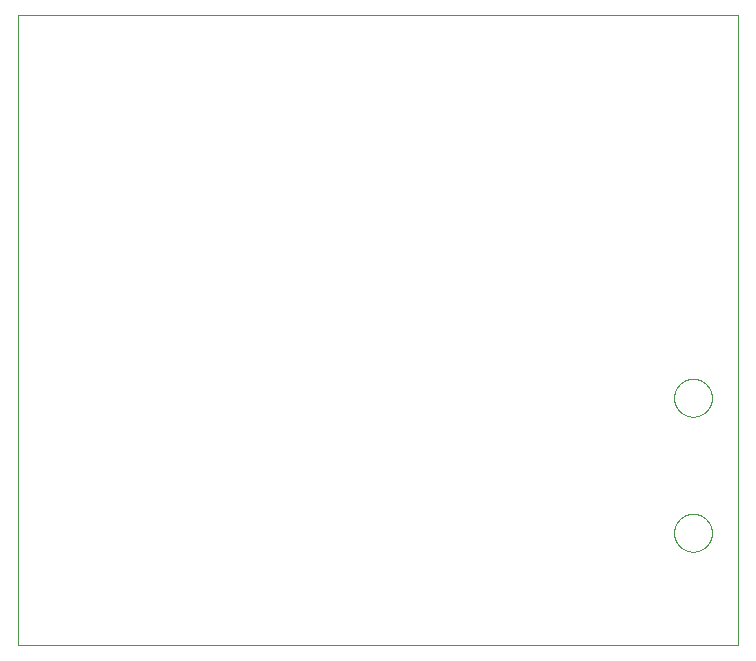
<source format=gbo>
G75*
%MOIN*%
%OFA0B0*%
%FSLAX25Y25*%
%IPPOS*%
%LPD*%
%AMOC8*
5,1,8,0,0,1.08239X$1,22.5*
%
%ADD10C,0.00000*%
D10*
X0025000Y0035000D02*
X0025000Y0245000D01*
X0265000Y0245000D01*
X0265000Y0035000D01*
X0025000Y0035000D01*
X0243701Y0072500D02*
X0243703Y0072658D01*
X0243709Y0072816D01*
X0243719Y0072974D01*
X0243733Y0073132D01*
X0243751Y0073289D01*
X0243772Y0073446D01*
X0243798Y0073602D01*
X0243828Y0073758D01*
X0243861Y0073913D01*
X0243899Y0074066D01*
X0243940Y0074219D01*
X0243985Y0074371D01*
X0244034Y0074522D01*
X0244087Y0074671D01*
X0244143Y0074819D01*
X0244203Y0074965D01*
X0244267Y0075110D01*
X0244335Y0075253D01*
X0244406Y0075395D01*
X0244480Y0075535D01*
X0244558Y0075672D01*
X0244640Y0075808D01*
X0244724Y0075942D01*
X0244813Y0076073D01*
X0244904Y0076202D01*
X0244999Y0076329D01*
X0245096Y0076454D01*
X0245197Y0076576D01*
X0245301Y0076695D01*
X0245408Y0076812D01*
X0245518Y0076926D01*
X0245631Y0077037D01*
X0245746Y0077146D01*
X0245864Y0077251D01*
X0245985Y0077353D01*
X0246108Y0077453D01*
X0246234Y0077549D01*
X0246362Y0077642D01*
X0246492Y0077732D01*
X0246625Y0077818D01*
X0246760Y0077902D01*
X0246896Y0077981D01*
X0247035Y0078058D01*
X0247176Y0078130D01*
X0247318Y0078200D01*
X0247462Y0078265D01*
X0247608Y0078327D01*
X0247755Y0078385D01*
X0247904Y0078440D01*
X0248054Y0078491D01*
X0248205Y0078538D01*
X0248357Y0078581D01*
X0248510Y0078620D01*
X0248665Y0078656D01*
X0248820Y0078687D01*
X0248976Y0078715D01*
X0249132Y0078739D01*
X0249289Y0078759D01*
X0249447Y0078775D01*
X0249604Y0078787D01*
X0249763Y0078795D01*
X0249921Y0078799D01*
X0250079Y0078799D01*
X0250237Y0078795D01*
X0250396Y0078787D01*
X0250553Y0078775D01*
X0250711Y0078759D01*
X0250868Y0078739D01*
X0251024Y0078715D01*
X0251180Y0078687D01*
X0251335Y0078656D01*
X0251490Y0078620D01*
X0251643Y0078581D01*
X0251795Y0078538D01*
X0251946Y0078491D01*
X0252096Y0078440D01*
X0252245Y0078385D01*
X0252392Y0078327D01*
X0252538Y0078265D01*
X0252682Y0078200D01*
X0252824Y0078130D01*
X0252965Y0078058D01*
X0253104Y0077981D01*
X0253240Y0077902D01*
X0253375Y0077818D01*
X0253508Y0077732D01*
X0253638Y0077642D01*
X0253766Y0077549D01*
X0253892Y0077453D01*
X0254015Y0077353D01*
X0254136Y0077251D01*
X0254254Y0077146D01*
X0254369Y0077037D01*
X0254482Y0076926D01*
X0254592Y0076812D01*
X0254699Y0076695D01*
X0254803Y0076576D01*
X0254904Y0076454D01*
X0255001Y0076329D01*
X0255096Y0076202D01*
X0255187Y0076073D01*
X0255276Y0075942D01*
X0255360Y0075808D01*
X0255442Y0075672D01*
X0255520Y0075535D01*
X0255594Y0075395D01*
X0255665Y0075253D01*
X0255733Y0075110D01*
X0255797Y0074965D01*
X0255857Y0074819D01*
X0255913Y0074671D01*
X0255966Y0074522D01*
X0256015Y0074371D01*
X0256060Y0074219D01*
X0256101Y0074066D01*
X0256139Y0073913D01*
X0256172Y0073758D01*
X0256202Y0073602D01*
X0256228Y0073446D01*
X0256249Y0073289D01*
X0256267Y0073132D01*
X0256281Y0072974D01*
X0256291Y0072816D01*
X0256297Y0072658D01*
X0256299Y0072500D01*
X0256297Y0072342D01*
X0256291Y0072184D01*
X0256281Y0072026D01*
X0256267Y0071868D01*
X0256249Y0071711D01*
X0256228Y0071554D01*
X0256202Y0071398D01*
X0256172Y0071242D01*
X0256139Y0071087D01*
X0256101Y0070934D01*
X0256060Y0070781D01*
X0256015Y0070629D01*
X0255966Y0070478D01*
X0255913Y0070329D01*
X0255857Y0070181D01*
X0255797Y0070035D01*
X0255733Y0069890D01*
X0255665Y0069747D01*
X0255594Y0069605D01*
X0255520Y0069465D01*
X0255442Y0069328D01*
X0255360Y0069192D01*
X0255276Y0069058D01*
X0255187Y0068927D01*
X0255096Y0068798D01*
X0255001Y0068671D01*
X0254904Y0068546D01*
X0254803Y0068424D01*
X0254699Y0068305D01*
X0254592Y0068188D01*
X0254482Y0068074D01*
X0254369Y0067963D01*
X0254254Y0067854D01*
X0254136Y0067749D01*
X0254015Y0067647D01*
X0253892Y0067547D01*
X0253766Y0067451D01*
X0253638Y0067358D01*
X0253508Y0067268D01*
X0253375Y0067182D01*
X0253240Y0067098D01*
X0253104Y0067019D01*
X0252965Y0066942D01*
X0252824Y0066870D01*
X0252682Y0066800D01*
X0252538Y0066735D01*
X0252392Y0066673D01*
X0252245Y0066615D01*
X0252096Y0066560D01*
X0251946Y0066509D01*
X0251795Y0066462D01*
X0251643Y0066419D01*
X0251490Y0066380D01*
X0251335Y0066344D01*
X0251180Y0066313D01*
X0251024Y0066285D01*
X0250868Y0066261D01*
X0250711Y0066241D01*
X0250553Y0066225D01*
X0250396Y0066213D01*
X0250237Y0066205D01*
X0250079Y0066201D01*
X0249921Y0066201D01*
X0249763Y0066205D01*
X0249604Y0066213D01*
X0249447Y0066225D01*
X0249289Y0066241D01*
X0249132Y0066261D01*
X0248976Y0066285D01*
X0248820Y0066313D01*
X0248665Y0066344D01*
X0248510Y0066380D01*
X0248357Y0066419D01*
X0248205Y0066462D01*
X0248054Y0066509D01*
X0247904Y0066560D01*
X0247755Y0066615D01*
X0247608Y0066673D01*
X0247462Y0066735D01*
X0247318Y0066800D01*
X0247176Y0066870D01*
X0247035Y0066942D01*
X0246896Y0067019D01*
X0246760Y0067098D01*
X0246625Y0067182D01*
X0246492Y0067268D01*
X0246362Y0067358D01*
X0246234Y0067451D01*
X0246108Y0067547D01*
X0245985Y0067647D01*
X0245864Y0067749D01*
X0245746Y0067854D01*
X0245631Y0067963D01*
X0245518Y0068074D01*
X0245408Y0068188D01*
X0245301Y0068305D01*
X0245197Y0068424D01*
X0245096Y0068546D01*
X0244999Y0068671D01*
X0244904Y0068798D01*
X0244813Y0068927D01*
X0244724Y0069058D01*
X0244640Y0069192D01*
X0244558Y0069328D01*
X0244480Y0069465D01*
X0244406Y0069605D01*
X0244335Y0069747D01*
X0244267Y0069890D01*
X0244203Y0070035D01*
X0244143Y0070181D01*
X0244087Y0070329D01*
X0244034Y0070478D01*
X0243985Y0070629D01*
X0243940Y0070781D01*
X0243899Y0070934D01*
X0243861Y0071087D01*
X0243828Y0071242D01*
X0243798Y0071398D01*
X0243772Y0071554D01*
X0243751Y0071711D01*
X0243733Y0071868D01*
X0243719Y0072026D01*
X0243709Y0072184D01*
X0243703Y0072342D01*
X0243701Y0072500D01*
X0243701Y0117500D02*
X0243703Y0117658D01*
X0243709Y0117816D01*
X0243719Y0117974D01*
X0243733Y0118132D01*
X0243751Y0118289D01*
X0243772Y0118446D01*
X0243798Y0118602D01*
X0243828Y0118758D01*
X0243861Y0118913D01*
X0243899Y0119066D01*
X0243940Y0119219D01*
X0243985Y0119371D01*
X0244034Y0119522D01*
X0244087Y0119671D01*
X0244143Y0119819D01*
X0244203Y0119965D01*
X0244267Y0120110D01*
X0244335Y0120253D01*
X0244406Y0120395D01*
X0244480Y0120535D01*
X0244558Y0120672D01*
X0244640Y0120808D01*
X0244724Y0120942D01*
X0244813Y0121073D01*
X0244904Y0121202D01*
X0244999Y0121329D01*
X0245096Y0121454D01*
X0245197Y0121576D01*
X0245301Y0121695D01*
X0245408Y0121812D01*
X0245518Y0121926D01*
X0245631Y0122037D01*
X0245746Y0122146D01*
X0245864Y0122251D01*
X0245985Y0122353D01*
X0246108Y0122453D01*
X0246234Y0122549D01*
X0246362Y0122642D01*
X0246492Y0122732D01*
X0246625Y0122818D01*
X0246760Y0122902D01*
X0246896Y0122981D01*
X0247035Y0123058D01*
X0247176Y0123130D01*
X0247318Y0123200D01*
X0247462Y0123265D01*
X0247608Y0123327D01*
X0247755Y0123385D01*
X0247904Y0123440D01*
X0248054Y0123491D01*
X0248205Y0123538D01*
X0248357Y0123581D01*
X0248510Y0123620D01*
X0248665Y0123656D01*
X0248820Y0123687D01*
X0248976Y0123715D01*
X0249132Y0123739D01*
X0249289Y0123759D01*
X0249447Y0123775D01*
X0249604Y0123787D01*
X0249763Y0123795D01*
X0249921Y0123799D01*
X0250079Y0123799D01*
X0250237Y0123795D01*
X0250396Y0123787D01*
X0250553Y0123775D01*
X0250711Y0123759D01*
X0250868Y0123739D01*
X0251024Y0123715D01*
X0251180Y0123687D01*
X0251335Y0123656D01*
X0251490Y0123620D01*
X0251643Y0123581D01*
X0251795Y0123538D01*
X0251946Y0123491D01*
X0252096Y0123440D01*
X0252245Y0123385D01*
X0252392Y0123327D01*
X0252538Y0123265D01*
X0252682Y0123200D01*
X0252824Y0123130D01*
X0252965Y0123058D01*
X0253104Y0122981D01*
X0253240Y0122902D01*
X0253375Y0122818D01*
X0253508Y0122732D01*
X0253638Y0122642D01*
X0253766Y0122549D01*
X0253892Y0122453D01*
X0254015Y0122353D01*
X0254136Y0122251D01*
X0254254Y0122146D01*
X0254369Y0122037D01*
X0254482Y0121926D01*
X0254592Y0121812D01*
X0254699Y0121695D01*
X0254803Y0121576D01*
X0254904Y0121454D01*
X0255001Y0121329D01*
X0255096Y0121202D01*
X0255187Y0121073D01*
X0255276Y0120942D01*
X0255360Y0120808D01*
X0255442Y0120672D01*
X0255520Y0120535D01*
X0255594Y0120395D01*
X0255665Y0120253D01*
X0255733Y0120110D01*
X0255797Y0119965D01*
X0255857Y0119819D01*
X0255913Y0119671D01*
X0255966Y0119522D01*
X0256015Y0119371D01*
X0256060Y0119219D01*
X0256101Y0119066D01*
X0256139Y0118913D01*
X0256172Y0118758D01*
X0256202Y0118602D01*
X0256228Y0118446D01*
X0256249Y0118289D01*
X0256267Y0118132D01*
X0256281Y0117974D01*
X0256291Y0117816D01*
X0256297Y0117658D01*
X0256299Y0117500D01*
X0256297Y0117342D01*
X0256291Y0117184D01*
X0256281Y0117026D01*
X0256267Y0116868D01*
X0256249Y0116711D01*
X0256228Y0116554D01*
X0256202Y0116398D01*
X0256172Y0116242D01*
X0256139Y0116087D01*
X0256101Y0115934D01*
X0256060Y0115781D01*
X0256015Y0115629D01*
X0255966Y0115478D01*
X0255913Y0115329D01*
X0255857Y0115181D01*
X0255797Y0115035D01*
X0255733Y0114890D01*
X0255665Y0114747D01*
X0255594Y0114605D01*
X0255520Y0114465D01*
X0255442Y0114328D01*
X0255360Y0114192D01*
X0255276Y0114058D01*
X0255187Y0113927D01*
X0255096Y0113798D01*
X0255001Y0113671D01*
X0254904Y0113546D01*
X0254803Y0113424D01*
X0254699Y0113305D01*
X0254592Y0113188D01*
X0254482Y0113074D01*
X0254369Y0112963D01*
X0254254Y0112854D01*
X0254136Y0112749D01*
X0254015Y0112647D01*
X0253892Y0112547D01*
X0253766Y0112451D01*
X0253638Y0112358D01*
X0253508Y0112268D01*
X0253375Y0112182D01*
X0253240Y0112098D01*
X0253104Y0112019D01*
X0252965Y0111942D01*
X0252824Y0111870D01*
X0252682Y0111800D01*
X0252538Y0111735D01*
X0252392Y0111673D01*
X0252245Y0111615D01*
X0252096Y0111560D01*
X0251946Y0111509D01*
X0251795Y0111462D01*
X0251643Y0111419D01*
X0251490Y0111380D01*
X0251335Y0111344D01*
X0251180Y0111313D01*
X0251024Y0111285D01*
X0250868Y0111261D01*
X0250711Y0111241D01*
X0250553Y0111225D01*
X0250396Y0111213D01*
X0250237Y0111205D01*
X0250079Y0111201D01*
X0249921Y0111201D01*
X0249763Y0111205D01*
X0249604Y0111213D01*
X0249447Y0111225D01*
X0249289Y0111241D01*
X0249132Y0111261D01*
X0248976Y0111285D01*
X0248820Y0111313D01*
X0248665Y0111344D01*
X0248510Y0111380D01*
X0248357Y0111419D01*
X0248205Y0111462D01*
X0248054Y0111509D01*
X0247904Y0111560D01*
X0247755Y0111615D01*
X0247608Y0111673D01*
X0247462Y0111735D01*
X0247318Y0111800D01*
X0247176Y0111870D01*
X0247035Y0111942D01*
X0246896Y0112019D01*
X0246760Y0112098D01*
X0246625Y0112182D01*
X0246492Y0112268D01*
X0246362Y0112358D01*
X0246234Y0112451D01*
X0246108Y0112547D01*
X0245985Y0112647D01*
X0245864Y0112749D01*
X0245746Y0112854D01*
X0245631Y0112963D01*
X0245518Y0113074D01*
X0245408Y0113188D01*
X0245301Y0113305D01*
X0245197Y0113424D01*
X0245096Y0113546D01*
X0244999Y0113671D01*
X0244904Y0113798D01*
X0244813Y0113927D01*
X0244724Y0114058D01*
X0244640Y0114192D01*
X0244558Y0114328D01*
X0244480Y0114465D01*
X0244406Y0114605D01*
X0244335Y0114747D01*
X0244267Y0114890D01*
X0244203Y0115035D01*
X0244143Y0115181D01*
X0244087Y0115329D01*
X0244034Y0115478D01*
X0243985Y0115629D01*
X0243940Y0115781D01*
X0243899Y0115934D01*
X0243861Y0116087D01*
X0243828Y0116242D01*
X0243798Y0116398D01*
X0243772Y0116554D01*
X0243751Y0116711D01*
X0243733Y0116868D01*
X0243719Y0117026D01*
X0243709Y0117184D01*
X0243703Y0117342D01*
X0243701Y0117500D01*
M02*

</source>
